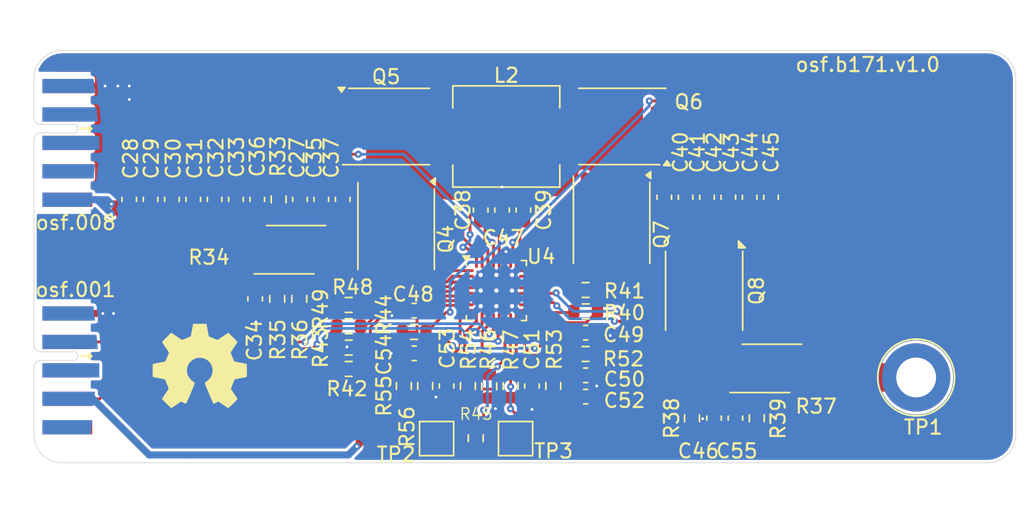
<source format=kicad_pcb>
(kicad_pcb (version 20241229) (generator "pcbnew") (generator_version "9.0")
  (layers (0 "F.Cu" signal) (2 "B.Cu" signal) (13 "F.Paste" user) (15 "B.Paste" user) (5 "F.SilkS" user "F.Silkscreen") (7 "B.SilkS" user "B.Silkscreen") (1 "F.Mask" user) (3 "B.Mask" user) (25 "Edge.Cuts" user))
  (net 0 "")
  (net 1 "GND")
  (net 2 "Net-(C27-Pad1)")
  (net 3 "/charger/VBUS")
  (net 4 "Net-(C34-Pad1)")
  (net 5 "Net-(C35-Pad1)")
  (net 6 "Net-(Q4-D)")
  (net 7 "/charger/BTST1")
  (net 8 "/charger/SW1")
  (net 9 "/charger/SW2")
  (net 10 "/charger/BTST2")
  (net 11 "/charger/VSYS")
  (net 12 "Net-(C46-Pad1)")
  (net 13 "/charger/REGN")
  (net 14 "/charger/VDDA")
  (net 15 "Net-(C49-Pad1)")
  (net 16 "/charger/COMP2")
  (net 17 "/charger/COMP1")
  (net 18 "Net-(C52-Pad1)")
  (net 19 "/charger/IBAT")
  (net 20 "/charger/IADPT")
  (net 21 "Net-(C55-Pad2)")
  (net 22 "/charger/HIDRV1")
  (net 23 "/charger/LODRV1")
  (net 24 "/charger/LODRV2")
  (net 25 "/charger/HIDRV2")
  (net 26 "Net-(Q8-D)")
  (net 27 "/charger/BATDRV_N")
  (net 28 "Net-(U4-ACP)")
  (net 29 "Net-(U4-ACN)")
  (net 30 "/charger/PACK+")
  (net 31 "/charger/SRP")
  (net 32 "/charger/SRN")
  (net 33 "/charger/CELL_BATPRES")
  (net 34 "/charger/ILIM_HIZ")
  (net 35 "/charger/CMPOUT")
  (net 36 "Net-(U4-CMPIN)")
  (net 37 "/charger/V3.3")
  (net 38 "/charger/CHRG_OK")
  (net 39 "/charger/EN_OTG")
  (net 40 "/charger/PROCHOT_N")
  (net 41 "Net-(R55-Pad1)")
  (net 42 "/charger/SCL")
  (net 43 "/charger/SDA")
  (footprint "Capacitor_SMD:C_0603_1608Metric" (layer "F.Cu") (at 190.3 100.325 90)
    (property "Reference" "C44")
    (property "Value" "10uF")
  )
  (footprint "Resistor_SMD:R_0603_1608Metric" (layer "F.Cu") (at 171.05 117.275 -90)
    (property "Reference" "R45")
    (property "Value" "2M")
  )
  (footprint "Capacitor_SMD:C_0603_1608Metric" (layer "F.Cu") (at 166.725 111.3)
    (property "Reference" "C54")
    (property "Value" "100pF")
  )
  (footprint "Capacitor_SMD:C_0603_1608Metric" (layer "F.Cu") (at 171.4 101.225 -90)
    (property "Reference" "C38")
    (property "Value" "47nF")
  )
  (footprint "on_edge:on_edge_2x05_device" (layer "F.Cu") (at 140 96.5 -90)
    (property "Reference" "J2")
    (property "Value" "008_USB")
    (fp_line (start -4 0) (end -1.8 0) (stroke (width 0.05)) (layer "Edge.Cuts"))
    (fp_line (start -0.2 0) (end 4 0) (stroke (width 0.05)) (layer "Edge.Cuts"))
    (fp_line (start -0.7 -0.5) (end -0.7 -2.8) (stroke (width 0.05)) (layer "Edge.Cuts"))
    (fp_line (start -1.3 -2.8) (end -1.3 -0.5) (stroke (width 0.05)) (layer "Edge.Cuts"))
    (fp_arc (start -0.2 0) (mid -0.553553 -0.146447) (end -0.7 -0.5) (stroke (width 0.05)) (layer "Edge.Cuts"))
    (fp_arc (start -1.3 -0.5) (mid -1.446447 -0.146447) (end -1.8 0) (stroke (width 0.05)) (layer "Edge.Cuts"))
    (fp_arc (start -1.3 -2.8) (mid -1 -3.1) (end -0.7 -2.8) (stroke (width 0.05)) (layer "Edge.Cuts"))
  )
  (footprint "Resistor_SMD:R_0603_1608Metric" (layer "F.Cu") (at 162.125 107.9 180)
    (property "Reference" "R48")
    (property "Value" "10k")
  )
  (footprint "Resistor_SMD:R_0603_1608Metric" (layer "F.Cu") (at 178.775 106.85 180)
    (property "Reference" "R41")
    (property "Value" "470k")
  )
  (footprint "Resistor_SMD:R_0603_1608Metric" (layer "F.Cu") (at 178.775 111.35 180)
    (property "Reference" "R52")
    (property "Value" "10k")
  )
  (footprint "Resistor_SMD:R_Shunt_Vishay_WSK2512_6332Metric_T1.19mm" (layer "F.Cu") (at 191.45 112.3625 180)
    (property "Reference" "R37")
    (property "Value" "10mΩ SHUNT FMF25FPJR010-LH")
  )
  (footprint "TestPoint:TestPoint_Pad_2.0x2.0mm" (layer "F.Cu") (at 173.85 117.3)
    (property "Reference" "TP3")
    (property "Value" "CMPOUT")
  )
  (footprint "Capacitor_SMD:C_0603_1608Metric" (layer "F.Cu") (at 169 113.6 90)
    (property "Reference" "C53")
    (property "Value" "100pF")
  )
  (footprint "Capacitor_SMD:C_0603_1608Metric" (layer "F.Cu") (at 160.2 100.475 90)
    (property "Reference" "C35")
    (property "Value" "33nF")
  )
  (footprint "Package_TO_SOT_SMD:TDSON-8-1" (layer "F.Cu") (at 180.6 101.9 -90)
    (property "Reference" "Q7")
    (property "Value" "CSD18534Q5A")
  )
  (footprint "Package_TO_SOT_SMD:TDSON-8-1" (layer "F.Cu") (at 164.75 95.35)
    (property "Reference" "Q5")
    (property "Value" "CSD18534Q5A")
  )
  (footprint "Resistor_SMD:R_0603_1608Metric" (layer "F.Cu") (at 190.8 115.875 90)
    (property "Reference" "R39")
    (property "Value" "10R")
  )
  (footprint "TestPoint:TestPoint_Pad_2.0x2.0mm" (layer "F.Cu") (at 168.3 117.3)
    (property "Reference" "TP2")
    (property "Value" "CMPIN")
  )
  (footprint "Resistor_SMD:R_0603_1608Metric" (layer "F.Cu") (at 162.125 110.9)
    (property "Reference" "R43")
    (property "Value" "220k")
  )
  (footprint "Capacitor_SMD:C_0603_1608Metric" (layer "F.Cu") (at 185.8 100.325 90)
    (property "Reference" "C41")
    (property "Value" "10uF")
  )
  (footprint "Capacitor_SMD:C_0603_1608Metric" (layer "F.Cu") (at 187.3 100.325 90)
    (property "Reference" "C42")
    (property "Value" "10uF")
  )
  (footprint "Symbol:OSHW-Symbol_6.7x6mm_SilkScreen" (layer "F.Cu") (at 151.65 112.2)
    (property "Reference" "LOGO1" (hide yes))
    (property "Value" "Logo_Open_Hardware_Small" (hide yes))
  )
  (footprint "Resistor_SMD:R_Shunt_Vishay_WSK2512_6332Metric_T1.19mm" (layer "F.Cu") (at 158.015 104.015 180)
    (property "Reference" "R34")
    (property "Value" "10mΩ SHUNT FMF25FPJR010-LH")
  )
  (footprint "Resistor_SMD:R_0603_1608Metric" (layer "F.Cu") (at 176.5 113.6 90)
    (property "Reference" "R53")
    (property "Value" "40.2k")
  )
  (footprint "Resistor_SMD:R_0603_1608Metric" (layer "F.Cu") (at 167.5 113.6 90)
    (property "Reference" "R56")
    (property "Value" "27k")
  )
  (footprint "Resistor_SMD:R_0603_1608Metric" (layer "F.Cu") (at 157.2 100.475 -90)
    (property "Reference" "R33")
    (property "Value" "2.2R")
  )
  (footprint "Package_TO_SOT_SMD:TDSON-8-1" (layer "F.Cu") (at 181.355 95.345 180)
    (property "Reference" "Q6")
    (property "Value" "CSD18534Q5A")
  )
  (footprint "Resistor_SMD:R_0603_1608Metric" (layer "F.Cu") (at 172 113.625 90)
    (property "Reference" "R46")
    (property "Value" "300k")
  )
  (footprint "Capacitor_SMD:C_0603_1608Metric" (layer "F.Cu") (at 175 113.6 -90)
    (property "Reference" "C51")
    (property "Value" "33pF")
  )
  (footprint "Capacitor_SMD:C_0603_1608Metric" (layer "F.Cu") (at 174.4 101.225 -90)
    (property "Reference" "C39")
    (property "Value" "47nF")
  )
  (footprint "Capacitor_SMD:C_0603_1608Metric" (layer "F.Cu") (at 178.775 109.85)
    (property "Reference" "C49")
    (property "Value" "680pF")
  )
  (footprint "on_edge:on_edge_2x05_device" (layer "F.Cu") (at 140 112.5 -90)
    (property "Reference" "J1")
    (property "Value" "001_I2C")
    (fp_line (start -4 0) (end -1.8 0) (stroke (width 0.05)) (layer "Edge.Cuts"))
    (fp_line (start -0.2 0) (end 4 0) (stroke (width 0.05)) (layer "Edge.Cuts"))
    (fp_line (start -0.7 -0.5) (end -0.7 -2.8) (stroke (width 0.05)) (layer "Edge.Cuts"))
    (fp_line (start -1.3 -2.8) (end -1.3 -0.5) (stroke (width 0.05)) (layer "Edge.Cuts"))
    (fp_arc (start -0.2 0) (mid -0.553553 -0.146447) (end -0.7 -0.5) (stroke (width 0.05)) (layer "Edge.Cuts"))
    (fp_arc (start -1.3 -0.5) (mid -1.446447 -0.146447) (end -1.8 0) (stroke (width 0.05)) (layer "Edge.Cuts"))
    (fp_arc (start -1.3 -2.8) (mid -1 -3.1) (end -0.7 -2.8) (stroke (width 0.05)) (layer "Edge.Cuts"))
  )
  (footprint "Capacitor_SMD:C_0603_1608Metric" (layer "F.Cu") (at 146.7 100.475 90)
    (property "Reference" "C28")
    (property "Value" "10uF")
  )
  (footprint "Capacitor_SMD:C_0603_1608Metric" (layer "F.Cu") (at 158.7 100.475 90)
    (property "Reference" "C27")
    (property "Value" "1uF")
  )
  (footprint "Package_DFN_QFN:Texas_RSN_WQFN-32-1EP_4x4mm_P0.4mm_EP2.8x2.8mm_ThermalVias" (layer "F.Cu") (at 172.5 106.8875)
    (property "Reference" "U4")
    (property "Value" "BQ25713RSNR")
  )
  (footprint "Resistor_SMD:R_0603_1608Metric" (layer "F.Cu") (at 173.5 113.6 -90)
    (property "Reference" "R47")
    (property "Value" "10k")
  )
  (footprint "Capacitor_SMD:C_0603_1608Metric" (layer "F.Cu") (at 161.7 100.475 90)
    (property "Reference" "C37")
    (property "Value" "10nF")
  )
  (footprint "Inductor_SMD:L_Sunlord_MWSA0603S" (layer "F.Cu") (at 173.2 96.05)
    (property "Reference" "L2")
    (property "Value" "MWSA0603S-2R2MT")
  )
  (footprint "Resistor_SMD:R_0603_1608Metric" (layer "F.Cu") (at 186.25 115.875 90)
    (property "Reference" "R38")
    (property "Value" "10R")
  )
  (footprint "Capacitor_SMD:C_0603_1608Metric" (layer "F.Cu") (at 148.2 100.475 90)
    (property "Reference" "C29")
    (property "Value" "10uF")
  )
  (footprint "Resistor_SMD:R_0603_1608Metric" (layer "F.Cu") (at 162.125 109.4 180)
    (property "Reference" "R49")
    (property "Value" "10k")
  )
  (footprint "Capacitor_SMD:C_0603_1608Metric" (layer "F.Cu") (at 188.8 100.325 90)
    (property "Reference" "C43")
    (property "Value" "10uF")
  )
  (footprint "Resistor_SMD:R_0603_1608Metric" (layer "F.Cu") (at 178.775 108.35)
    (property "Reference" "R40")
    (property "Value" "130k")
  )
  (footprint "Package_DFN_QFN:AO_DFN-8-1EP_5.55x5.2mm_P1.27mm_EP4.12x4.6mm" (layer "F.Cu") (at 187.1 106.9025 -90)
    (property "Reference" "Q8")
    (property "Value" "AON6411")
  )
  (footprint "Capacitor_SMD:C_0603_1608Metric" (layer "F.Cu") (at 166.725 108.3 180)
    (property "Reference" "C48")
    (property "Value" "1uF")
  )
  (footprint "Capacitor_SMD:C_0603_1608Metric" (layer "F.Cu") (at 187.8 115.8625 -90)
    (property "Reference" "C46")
    (property "Value" "1uF")
  )
  (footprint "Resistor_SMD:R_0603_1608Metric" (layer "F.Cu") (at 170.5 113.6 -90)
    (property "Reference" "R54")
    (property "Value" "200R")
  )
  (footprint "Package_TO_SOT_SMD:TDSON-8-1" (layer "F.Cu") (at 165.455 102.35 -90)
    (property "Reference" "Q4")
    (property "Value" "CSD18534Q5A")
  )
  (footprint "Resistor_SMD:R_0603_1608Metric" (layer "F.Cu") (at 166.725 109.8)
    (property "Reference" "R44")
    (property "Value" "10R")
  )
  (footprint "Resistor_SMD:R_0603_1608Metric" (layer "F.Cu") (at 157.1 107.475 -90)
    (property "Reference" "R35")
    (property "Value" "5.1R")
  )
  (footprint "Capacitor_SMD:C_0603_1608Metric" (layer "F.Cu") (at 149.7 100.475 90)
    (property "Reference" "C30")
    (property "Value" "10uF")
  )
  (footprint "Resistor_SMD:R_0603_1608Metric" (layer "F.Cu") (at 162.125 112.4)
    (property "Reference" "R42")
    (property "Value" "390k")
  )
  (footprint "Capacitor_SMD:C_0603_1608Metric" (layer "F.Cu") (at 154.2 100.475 90)
    (property "Reference" "C33")
    (property "Value" "10uF")
  )
  (footprint "Capacitor_SMD:C_0603_1608Metric" (layer "F.Cu") (at 151.2 100.475 90)
    (property "Reference" "C31")
    (property "Value" "10uF")
  )
  (footprint "Capacitor_SMD:C_0603_1608Metric" (layer "F.Cu") (at 178.775 114.35)
    (property "Reference" "C52")
    (property "Value" "1800pF")
  )
  (footprint "Resistor_SMD:R_0603_1608Metric" (layer "F.Cu") (at 158.65 107.475 90)
    (property "Reference" "R36")
    (property "Value" "5.1R")
  )
  (footprint "Capacitor_SMD:C_0603_1608Metric" (layer "F.Cu") (at 155.55 107.475 -90)
    (property "Reference" "C34")
    (property "Value" "33nF")
  )
  (footprint "TestPoint:TestPoint_Loop_D3.80mm_Drill2.8mm" (layer "F.Cu") (at 202 113)
    (property "Reference" "TP1")
    (property "Value" "TestPoint")
  )
  (footprint "Capacitor_SMD:C_0603_1608Metric" (layer "F.Cu") (at 155.7 100.475 90)
    (property "Reference" "C36")
    (property "Value" "470nF")
  )
  (footprint "Capacitor_SMD:C_0603_1608Metric" (layer "F.Cu") (at 184.3 100.325 90)
    (property "Reference" "C40")
    (property "Value" "10uF")
  )
  (footprint "Capacitor_SMD:C_0603_1608Metric" (layer "F.Cu") (at 189.3 115.8625 90)
    (property "Reference" "C55")
    (property "Value" "0.1uF")
  )
  (footprint "Capacitor_SMD:C_0603_1608Metric" (layer "F.Cu") (at 178.775 112.85)
    (property "Reference" "C50")
    (property "Value" "15pF")
  )
  (footprint "Capacitor_SMD:C_0603_1608Metric" (layer "F.Cu") (at 172.9 101.225 90)
    (property "Reference" "C47")
    (property "Value" "2.2uF")
  )
  (footprint "Resistor_SMD:R_0603_1608Metric" (layer "F.Cu") (at 166 113.6 90)
    (property "Reference" "R55")
    (property "Value" "110k")
  )
  (footprint "Capacitor_SMD:C_0603_1608Metric" (layer "F.Cu") (at 152.7 100.475 90)
    (property "Reference" "C32")
    (property "Value" "10uF")
  )
  (footprint "Capacitor_SMD:C_0603_1608Metric" (layer "F.Cu") (at 191.8 100.325 90)
    (property "Reference" "C45")
    (property "Value" "10uF")
  )
  (gr_line (start 140 108.5) (end 140 100.5) (stroke (width 0.05)) (layer "Edge.Cuts"))
  (gr_line (start 140 116.5) (end 140 117) (stroke (width 0.05)) (layer "Edge.Cuts"))
  (gr_line (start 142 90) (end 207 90) (stroke (width 0.05)) (layer "Edge.Cuts"))
  (gr_arc (start 209 117) (mid 208.414214 118.414214) (end 207 119) (stroke (width 0.05)) (layer "Edge.Cuts"))
  (gr_line (start 207 119) (end 142 119) (stroke (width 0.05)) (layer "Edge.Cuts"))
  (gr_arc (start 207 90) (mid 208.414214 90.585786) (end 209 92) (stroke (width 0.05)) (layer "Edge.Cuts"))
  (gr_arc (start 142 119) (mid 140.585786 118.414214) (end 140 117) (stroke (width 0.05)) (layer "Edge.Cuts"))
  (gr_line (start 209 117) (end 209 92) (stroke (width 0.05)) (layer "Edge.Cuts"))
  (gr_arc (start 140 92) (mid 140.585786 90.585786) (end 142 90) (stroke (width 0.05)) (layer "Edge.Cuts"))
  (gr_line (start 140 92.5) (end 140 92) (stroke (width 0.05)) (layer "Edge.Cuts"))
  (gr_text "osf.008" (at 140.04 102.7 0) (layer "F.SilkS") (effects (font (size 1 1)) (justify left bottom)))
  (gr_text "osf.b171.v1.0" (at 193.43 91.58 0) (layer "F.SilkS") (effects (font (size 1 1)) (justify left bottom)))
  (gr_text "osf.001" (at 140.02 107.41 0) (layer "F.SilkS") (effects (font (size 1 1)) (justify left bottom)))
  (segment (start 173.1 104.9) (end 173.1 104.227) (width 0.2) (layer "F.Cu") (net 1))
  (segment (start 171.005791 109.794209) (end 171.005791 109.805791) (width 0.2) (layer "F.Cu") (net 1))
  (segment (start 155.55 109.05) (end 155.6 109.1) (width 0.2) (layer "F.Cu") (net 1))
  (segment (start 172.9 100.45) (end 172.9 99.6) (width 0.2) (layer "F.Cu") (net 1))
  (segment (start 158.7 99.7) (end 161.7 99.7) (width 1) (layer "F.Cu") (net 1))
  (segment (start 175 114.375) (end 175 115.25) (width 0.2) (layer "F.Cu") (net 1))
  (segment (start 144.85 108.5) (end 145.6 108.5) (width 0.5) (layer "F.Cu") (net 1))
  (segment (start 172 114.45) (end 172.439177 114.889177) (width 0.2) (layer "F.Cu") (net 1))
  (segment (start 145.6 108.5) (end 155.3 108.5) (width 0.5) (layer "F.Cu") (net 1))
  (segment (start 172.439177 114.889177) (end 172.439177 115.195516) (width 0.2) (layer "F.Cu") (net 1))
  (segment (start 173.1 104.9) (end 173.1 106.2875) (width 0.2) (layer "F.Cu") (net 1))
  (segment (start 173.1 106.2875) (end 172.5 106.8875) (width 0.2) (layer "F.Cu") (net 1))
  (segment (start 180.5 110.05) (end 179.75 110.05) (width 0.2) (layer "F.Cu") (net 1))
  (segment (start 155.55 108.25) (end 155.55 109.05) (width 0.2) (layer "F.Cu") (net 1))
  (segment (start 165.502706 108.3) (end 165.151353 108.651353) (width 0.2) (layer "F.Cu") (net 1))
  (segment (start 179.6 106.85) (end 180.35 106.85) (width 0.2) (layer "F.Cu") (net 1))
  (segment (start 171.5 109.3) (end 171.005791 109.794209) (width 0.2) (layer "F.Cu") (net 1))
  (segment (start 165.12458 111.3) (end 165.11229 111.31229) (width 0.2) (layer "F.Cu") (net 1))
  (segment (start 171.5 108.875) (end 171.5 109.3) (width 0.2) (layer "F.Cu") (net 1))
  (segment (start 179.75 110.05) (end 179.55 109.85) (width 0.2) (layer "F.Cu") (net 1))
  (segment (start 145 92.5) (end 145.9 92.5) (width 0.5) (layer "F.Cu") (net 1))
  (segment (start 146.7 92.5) (end 145.9 92.5) (width 0.5) (layer "F.Cu") (net 1))
  (segment (start 173.1 104.227) (end 173.177 104.15) (width 0.2) (layer "F.Cu") (net 1))
  (segment (start 168.25 114.375) (end 167.55 114.375) (width 0.2) (layer "F.Cu") (net 1))
  (segment (start 142.35 108.5) (end 144.85 108.5) (width 0.5) (layer "F.Cu") (net 1))
  (segment (start 167.55 114.375) (end 167.5 114.425) (width 0.2) (layer "F.Cu") (net 1))
  (segment (start 165.95 108.3) (end 165.502706 108.3) (width 0.2) (layer "F.Cu") (net 1))
  (segment (start 187.8 116.6375) (end 187.7375 116.6375) (width 0.2) (layer "F.Cu") (net 1))
  (segment (start 142.35 92.5) (end 145 92.5) (width 0.5) (layer "F.Cu") (net 1))
  (segment (start 161.3 110.9) (end 161.95 110.9) (width 0.2) (layer "F.Cu") (net 1))
  (segment (start 161.95 110.9) (end 162 110.85) (width 0.2) (layer "F.Cu") (net 1))
  (segment (start 155.3 108.5) (end 155.55 108.25) (width 0.5) (layer "F.Cu") (net 1))
  (segment (start 171.5 108.875) (end 171.5 107.8875) (width 0.2) (layer "F.Cu") (net 1))
  (segment (start 165.95 111.3) (end 165.12458 111.3) (width 0.2) (layer "F.Cu") (net 1))
  (segment (start 169 114.375) (end 168.25 114.375) (width 0.2) (layer "F.Cu") (net 1))
  (segment (start 146.7 93.45) (end 146.7 99.7) (width 0.5) (layer "F.Cu") (net 1))
  (segment (start 146.7 92.5) (end 146.7 93.45) (width 0.5) (layer "F.Cu") (net 1))
  (segment (start 171.5 107.8875) (end 172.5 106.8875) (width 0.2) (layer "F.Cu") (net 1))
  (segment (start 179.55 112.85) (end 179.55 114.35) (width 0.2) (layer "F.Cu") (net 1))
  (segment (start 187.7375 116.6375) (end 187 115.9) (width 0.2) (layer "F.Cu") (net 1))
  (via (at 173.177 104.15) (size 0.5) (drill 0.2) (layers "F.Cu" "B.Cu") (net 1))
  (via (at 145 92.5) (size 0.5) (drill 0.2) (layers "F.Cu" "B.Cu") (net 1))
  (via (at 179.55 113.6) (size 0.5) (drill 0.2) (layers "F.Cu" "B.Cu") (net 1))
  (via (at 145.6 108.5) (size 0.5) (drill 0.2) (layers "F.Cu" "B.Cu") (net 1))
  (via (at 155.6 109.1) (size 0.5) (drill 0.2) (layers "F.Cu" "B.Cu") (net 1))
  (via (at 162 110.85) (size 0.5) (drill 0.2) (layers "F.Cu" "B.Cu") (net 1))
  (via (at 180.5 110.05) (size 0.5) (drill 0.2) (layers "F.Cu" "B.Cu") (net 1))
  (via (at 145.9 92.5) (size 0.5) (drill 0.2) (layers "F.Cu" "B.Cu") (net 1))
  (via (at 175 115.25) (size 0.5) (drill 0.2) (layers "F.Cu" "B.Cu") (net 1))
  (via (at 144.85 108.5) (size 0.5) (drill 0.2) (layers "F.Cu" "B.Cu") (net 1))
  (via (at 171.005791 109.805791) (size 0.5) (drill 0.2) (layers "F.Cu" "B.Cu") (net 1))
  (via (at 168.25 114.375) (size 0.5) (drill 0.2) (layers "F.Cu" "B.Cu") (net 1))
  (via (at 146.7 93.45) (size 0.5) (drill 0.2) (layers "F.Cu" "B.Cu") (net 1))
  (via (at 165.11229 111.31229) (size 0.5) (drill 0.2) (layers "F.Cu" "B.Cu") (net 1))
  (via (at 172.9 99.6) (size 0.5) (drill 0.2) (layers "F.Cu" "B.Cu") (net 1))
  (via (at 172.439177 115.195516) (size 0.5) (drill 0.2) (layers "F.Cu" "B.Cu") (net 1))
  (via (at 187 115.9) (size 0.5) (drill 0.2) (layers "F.Cu" "B.Cu") (net 1))
  (via (at 146.7 92.5) (size 0.5) (drill 0.2) (layers "F.Cu" "B.Cu") (net 1))
  (via (at 180.35 106.85) (size 0.5) (drill 0.2) (layers "F.Cu" "B.Cu") (net 1))
  (via (at 165.151353 108.651353) (size 0.5) (drill 0.2) (layers "F.Cu" "B.Cu") (net 1))
  (segment (start 158.7 101.25) (end 158.7 100.821874) (width 0.2) (layer "F.Cu") (net 2))
  (segment (start 158.7 100.821874) (end 157.528126 99.65) (width 0.2) (layer "F.Cu") (net 2))
  (segment (start 157.528126 99.65) (end 157.2 99.65) (width 0.2) (layer "F.Cu") (net 2))
  (segment (start 159.694276 107.278) (end 158.192176 107.278) (width 0.2) (layer "F.Cu") (net 3))
  (segment (start 161.015276 105.957) (end 159.694276 107.278) (width 0.2) (layer "F.Cu") (net 3))
  (segment (start 170.5125 105.4875) (end 169.31 105.4875) (width 0.2) (layer "F.Cu") (net 3))
  (segment (start 157.803 106.153) (end 155.03 103.38) (width 0.2) (layer "F.Cu") (net 3))
  (segment (start 155.03 103.38) (end 155.03 101.62) (width 2) (layer "F.Cu") (net 3))
  (segment (start 146.7 101.25) (end 146.7 101.278) (width 0.5) (layer "F.Cu") (net 3))
  (segment (start 145.672 101.278) (end 145.45 101.5) (width 0.5) (layer "F.Cu") (net 3))
  (segment (start 146.25 100.8) (end 146.7 101.25) (width 0.5) (layer "F.Cu") (net 3))
  (segment (start 154.728 101.278) (end 146.7 101.278) (width 2) (layer "F.Cu") (net 3))
  (segment (start 168.8405 105.957) (end 161.015276 105.957) (width 0.2) (layer "F.Cu") (net 3))
  (segment (start 158.192176 107.278) (end 157.803 106.888824) (width 0.2) (layer "F.Cu") (net 3))
  (segment (start 155.05 101.6) (end 154.728 101.278) (width 2) (layer "F.Cu") (net 3))
  (segment (start 146.7 101.278) (end 145.672 101.278) (width 0.5) (layer "F.Cu") (net 3))
  (segment (start 169.31 105.4875) (end 168.8405 105.957) (width 0.2) (layer "F.Cu") (net 3))
  (segment (start 154.728 101.278) (end 154.75 101.3) (width 2) (layer "F.Cu") (net 3))
  (segment (start 157.803 106.888824) (end 157.803 106.153) (width 0.2) (layer "F.Cu") (net 3))
  (segment (start 155.03 101.62) (end 155.05 101.6) (width 2) (layer "F.Cu") (net 3))
  (segment (start 145.45 100.8) (end 146.25 100.8) (width 0.5) (layer "F.Cu") (net 3))
  (segment (start 154.75 101.3) (end 157.097 101.3) (width 2) (layer "F.Cu") (net 3))
  (via (at 145.45 101.5) (size 0.5) (drill 0.2) (layers "F.Cu" "B.Cu") (net 3))
  (via (at 145.45 100.8) (size 0.5) (drill 0.2) (layers "F.Cu" "B.Cu") (net 3))
  (segment (start 145.15 100.5) (end 145.45 100.8) (width 0.5) (layer "B.Cu") (net 3))
  (segment (start 144.25 100.5) (end 145.15 100.5) (width 0.5) (layer "B.Cu") (net 3))
  (segment (start 145.45 101.5) (end 144.45 100.5) (width 0.5) (layer "B.Cu") (net 3))
  (segment (start 144.45 100.5) (end 144.25 100.5) (width 0.5) (layer "B.Cu") (net 3))
  (segment (start 142.3 100.5) (end 144.25 100.5) (width 0.5) (layer "B.Cu") (net 3))
  (segment (start 155.55 106.7) (end 155.55 106.25) (width 0.2) (layer "F.Cu") (net 4))
  (segment (start 157.1 108.3) (end 155.55 106.75) (width 0.2) (layer "F.Cu") (net 4))
  (segment (start 155.55 106.25) (end 154.585 105.285) (width 0.2) (layer "F.Cu") (net 4))
  (segment (start 155.55 106.75) (end 155.55 106.7) (width 0.2) (layer "F.Cu") (net 4))
  (segment (start 158.65 104.653506) (end 160.558506 102.745) (width 0.2) (layer "F.Cu") (net 5))
  (segment (start 160.558506 102.745) (end 161.445 102.745) (width 0.2) (layer "F.Cu") (net 5))
  (segment (start 161.445 102.745) (end 161.445 102.495) (width 0.5) (layer "F.Cu") (net 5))
  (segment (start 158.65 106.65) (end 158.65 104.653506) (width 0.2) (layer "F.Cu") (net 5))
  (segment (start 161.445 102.495) (end 160.2 101.25) (width 0.5) (layer "F.Cu") (net 5))
  (segment (start 161.7 101.25) (end 163.305 101.25) (width 0.5) (layer "F.Cu") (net 6))
  (segment (start 161 104.65) (end 164.205 104.65) (width 2) (layer "F.Cu") (net 6))
  (segment (start 164.205 104.65) (end 165.455 103.4) (width 2) (layer "F.Cu") (net 6))
  (segment (start 163.305 101.25) (end 165.455 103.4) (width 0.5) (layer "F.Cu") (net 6))
  (segment (start 171.4 102) (end 171.75 102) (width 0.2) (layer "F.Cu") (net 7))
  (segment (start 171.7 102.05) (end 171.7 103.8) (width 0.2) (layer "F.Cu") (net 7))
  (segment (start 171.75 102) (end 171.7 102.05) (width 0.2) (layer "F.Cu") (net 7))
  (segment (start 171.7 103.8) (end 171.9 104) (width 0.2) (layer "F.Cu") (net 7))
  (segment (start 171.9 104) (end 171.9 104.9) (width 0.2) (layer "F.Cu") (net 7))
  (segment (start 171.4 100.45) (end 170.65 101.2) (width 0.2) (layer "F.Cu") (net 8))
  (segment (start 170.207458 103.9) (end 170.418176 103.9) (width 0.2) (layer "F.Cu") (net 8))
  (segment (start 170.418176 103.9) (end 171.1 104.581824) (width 0.2) (layer "F.Cu") (net 8))
  (segment (start 170.153729 103.846271) (end 170.207458 103.9) (width 0.2) (layer "F.Cu") (net 8))
  (segment (start 171.1 104.581824) (end 171.1 104.9) (width 0.2) (layer "F.Cu") (net 8))
  (segment (start 170.65 101.2) (end 170.65 102.95) (width 0.2) (layer "F.Cu") (net 8))
  (via (at 170.153729 103.846271) (size 0.5) (drill 0.2) (layers "F.Cu" "B.Cu") (net 8))
  (via (at 170.65 102.95) (size 0.5) (drill 0.2) (layers "F.Cu" "B.Cu") (net 8))
  (segment (start 170.153729 103.846271) (end 170.65 103.35) (width 0.2) (layer "B.Cu") (net 8))
  (segment (start 170.65 103.35) (end 170.65 102.95) (width 0.2) (layer "B.Cu") (net 8))
  (segment (start 178.505862 99.653) (end 179.312 99.653) (width 0.2) (layer "F.Cu") (net 9))
  (segment (start 174.4875 105.8875) (end 174.875 105.8875) (width 0.2) (layer "F.Cu") (net 9))
  (segment (start 176.428 101.730862) (end 178.505862 99.653) (width 0.2) (layer "F.Cu") (net 9))
  (segment (start 175.103 105.6595) (end 175.103 105.335862) (width 0.2) (layer "F.Cu") (net 9))
  (segment (start 175.103 105.335862) (end 176.428 104.010862) (width 0.2) (layer "F.Cu") (net 9))
  (segment (start 174.875 105.8875) (end 175.103 105.6595) (width 0.2) (layer "F.Cu") (net 9))
  (segment (start 176.428 104.010862) (end 176.428 101.730862) (width 0.2) (layer "F.Cu") (net 9))
  (segment (start 179.312 99.653) (end 179.965 99) (width 0.2) (layer "F.Cu") (net 9))
  (segment (start 174.15 104.4) (end 173.9 104.65) (width 0.2) (layer "F.Cu") (net 10))
  (segment (start 173.9 104.65) (end 173.9 104.9) (width 0.2) (layer "F.Cu") (net 10))
  (segment (start 174.4 102) (end 174.15 102.25) (width 0.2) (layer "F.Cu") (net 10))
  (segment (start 174.15 102.25) (end 174.15 104.4) (width 0.2) (layer "F.Cu") (net 10))
  (segment (start 174.4875 106.2875) (end 174.9625 106.2875) (width 0.2) (layer "F.Cu") (net 11))
  (segment (start 189.005 104.1525) (end 186.573 104.1525) (width 2) (layer "F.Cu") (net 11))
  (segment (start 184.3 101.1) (end 191.8 101.1) (width 1) (layer "F.Cu") (net 11))
  (segment (start 174.9625 106.2875) (end 178.3 102.95) (width 0.2) (layer "F.Cu") (net 11))
  (segment (start 178.3 102.95) (end 180.6 102.95) (width 0.2) (layer "F.Cu") (net 11))
  (segment (start 182.45 101.1) (end 180.6 102.95) (width 1) (layer "F.Cu") (net 11))
  (segment (start 184.3 101.1) (end 182.45 101.1) (width 1) (layer "F.Cu") (net 11))
  (segment (start 187.8 115.0875) (end 186.2875 115.0875) (width 0.2) (layer "F.Cu") (net 12))
  (segment (start 186.2875 115.0875) (end 186.25 115.05) (width 0.2) (layer "F.Cu") (net 12))
  (segment (start 188.02 114.8675) (end 187.8 115.0875) (width 0.2) (layer "F.Cu") (net 12))
  (segment (start 188.02 113.6325) (end 188.02 114.8675) (width 0.2) (layer "F.Cu") (net 12))
  (segment (start 189.3 116.5875) (end 187.8 115.0875) (width 0.2) (layer "F.Cu") (net 12))
  (segment (start 189.3 116.6375) (end 189.3 116.5875) (width 0.2) (layer "F.Cu") (net 12))
  (segment (start 172.7 102.2) (end 172.9 102) (width 0.2) (layer "F.Cu") (net 13))
  (segment (start 167.55 109.8) (end 167.6 109.8) (width 0.2) (layer "F.Cu") (net 13))
  (segment (start 167.6 109.8) (end 168.995 108.405) (width 0.2) (layer "F.Cu") (net 13))
  (segment (start 168.995 108.405) (end 169.25 108.405) (width 0.2) (layer "F.Cu") (net 13))
  (segment (start 172.7 104.9) (end 172.7 102.2) (width 0.2) (layer "F.Cu") (net 13))
  (via (at 169.25 108.405) (size 0.5) (drill 0.2) (layers "F.Cu" "B.Cu") (net 13))
  (via (at 172.9 103.4) (size 0.5) (drill 0.2) (layers "F.Cu" "B.Cu") (net 13))
  (segment (start 169.25 108.405) (end 169.25 106.25) (width 0.2) (layer "B.Cu") (net 13))
  (segment (start 169.25 106.25) (end 170.6 104.9) (width 0.2) (layer "B.Cu") (net 13))
  (segment (start 170.6 104.9) (end 171.5 104.9) (width 0.2) (layer "B.Cu") (net 13))
  (segment (start 172.9 103.5) (end 172.9 103.4) (width 0.2) (layer "B.Cu") (net 13))
  (segment (start 171.5 104.9) (end 172.9 103.5) (width 0.2) (layer "B.Cu") (net 13))
  (segment (start 175.2 110.95) (end 175.391387 110.95) (width 0.2) (layer "F.Cu") (net 14))
  (segment (start 175.391387 110.95) (end 177.194387 109.147) (width 0.2) (layer "F.Cu") (net 14))
  (segment (start 169.41271 110.76271) (end 169.153 110.503) (width 0.2) (layer "F.Cu") (net 14))
  (segment (start 163.35 112.4) (end 165.9 109.85) (width 0.2) (layer "F.Cu") (net 14))
  (segment (start 177.194387 109.147) (end 178.803 109.147) (width 0.2) (layer "F.Cu") (net 14))
  (segment (start 167.872 107.928) (end 167.5 108.3) (width 0.2) (layer "F.Cu") (net 14))
  (segment (start 162.95 112.4) (end 163.35 112.4) (width 0.2) (layer "F.Cu") (net 14))
  (segment (start 170.472 107.928) (end 167.872 107.928) (width 0.2) (layer "F.Cu") (net 14))
  (segment (start 170.5125 107.8875) (end 170.472 107.928) (width 0.2) (layer "F.Cu") (net 14))
  (segment (start 165.9 109.85) (end 165.9 109.8) (width 0.2) (layer "F.Cu") (net 14))
  (segment (start 166.922 110.257824) (end 166.922 109.8) (width 0.2) (layer "F.Cu") (net 14))
  (segment (start 178.803 109.147) (end 179.6 108.35) (width 0.2) (layer "F.Cu") (net 14))
  (segment (start 167.167176 110.503) (end 166.922 110.257824) (width 0.2) (layer "F.Cu") (net 14))
  (segment (start 166.922 109.8) (end 165.9 109.8) (width 0.2) (layer "F.Cu") (net 14))
  (segment (start 166.922 108.878) (end 167.5 108.3) (width 0.2) (layer "F.Cu") (net 14))
  (segment (start 166.922 110.257824) (end 166.922 108.878) (width 0.2) (layer "F.Cu") (net 14))
  (segment (start 169.153 110.503) (end 167.167176 110.503) (width 0.2) (layer "F.Cu") (net 14))
  (via (at 169.41271 110.76271) (size 0.5) (drill 0.2) (layers "F.Cu" "B.Cu") (net 14))
  (via (at 175.2 110.95) (size 0.5) (drill 0.2) (layers "F.Cu" "B.Cu") (net 14))
  (segment (start 169.6 110.95) (end 169.41271 110.76271) (width 0.2) (layer "B.Cu") (net 14))
  (segment (start 175.2 110.95) (end 169.6 110.95) (width 0.2) (layer "B.Cu") (net 14))
  (segment (start 178.1 109.85) (end 178 109.85) (width 0.2) (layer "F.Cu") (net 15))
  (segment (start 179.6 111.35) (end 178.1 109.85) (width 0.2) (layer "F.Cu") (net 15))
  (segment (start 174.4875 108.2875) (end 174.4875 110.913495) (width 0.2) (layer "F.Cu") (net 16))
  (segment (start 174.4875 110.913495) (end 175.002005 111.428) (width 0.2) (layer "F.Cu") (net 16))
  (segment (start 177.872 111.428) (end 177.95 111.35) (width 0.2) (layer "F.Cu") (net 16))
  (segment (start 177.95 112.8) (end 178 112.85) (width 0.2) (layer "F.Cu") (net 16))
  (segment (start 175.002005 111.428) (end 177.872 111.428) (width 0.2) (layer "F.Cu") (net 16))
  (segment (start 177.95 111.35) (end 177.95 112.8) (width 0.2) (layer "F.Cu") (net 16))
  (segment (start 175 112.825) (end 176.45 112.825) (width 0.2) (layer "F.Cu") (net 17))
  (segment (start 176.45 112.825) (end 176.5 112.775) (width 0.2) (layer "F.Cu") (net 17))
  (segment (start 173.9 111.725) (end 175 112.825) (width 0.2) (layer "F.Cu") (net 17))
  (segment (start 173.9 108.875) (end 173.9 111.725) (width 0.2) (layer "F.Cu") (net 17))
  (segment (start 177.925 114.425) (end 176.5 114.425) (width 0.2) (layer "F.Cu") (net 18))
  (segment (start 178 114.35) (end 177.925 114.425) (width 0.2) (layer "F.Cu") (net 18))
  (segment (start 171.1 108.875) (end 171.1 109.037002) (width 0.2) (layer "F.Cu") (net 19))
  (segment (start 170.25 111.063862) (end 170.25 111.65) (width 0.2) (layer "F.Cu") (net 19))
  (segment (start 171.1 109.037002) (end 170.278 109.859002) (width 0.2) (layer "F.Cu") (net 19))
  (segment (start 169.075 112.825) (end 169 112.825) (width 0.2) (layer "F.Cu") (net 19))
  (segment (start 170.278 111.035862) (end 170.25 111.063862) (width 0.2) (layer "F.Cu") (net 19))
  (segment (start 170.278 109.859002) (end 170.278 111.035862) (width 0.2) (layer "F.Cu") (net 19))
  (segment (start 170.25 111.65) (end 169.075 112.825) (width 0.2) (layer "F.Cu") (net 19))
  (segment (start 169.55 111.3) (end 167.5 111.3) (width 0.2) (layer "F.Cu") (net 20))
  (segment (start 167.5 111.3) (end 167.475 111.3) (width 0.2) (layer "F.Cu") (net 20))
  (segment (start 169.95 108.5) (end 169.95 110.9) (width 0.2) (layer "F.Cu") (net 20))
  (segment (start 167.475 111.3) (end 166 112.775) (width 0.2) (layer "F.Cu") (net 20))
  (segment (start 170.1625 108.2875) (end 169.95 108.5) (width 0.2) (layer "F.Cu") (net 20))
  (segment (start 170.5125 108.2875) (end 170.1625 108.2875) (width 0.2) (layer "F.Cu") (net 20))
  (segment (start 169.95 110.9) (end 169.55 111.3) (width 0.2) (layer "F.Cu") (net 20))
  (segment (start 190.7625 115.0875) (end 190.8 115.05) (width 0.2) (layer "F.Cu") (net 21))
  (segment (start 193.993506 111.0925) (end 194.88 111.0925) (width 0.2) (layer "F.Cu") (net 21))
  (segment (start 189.3 115.0875) (end 190.7625 115.0875) (width 0.2) (layer "F.Cu") (net 21))
  (segment (start 190.8 115.05) (end 190.8 114.286006) (width 0.2) (layer "F.Cu") (net 21))
  (segment (start 190.8 114.286006) (end 193.993506 111.0925) (width 0.2) (layer "F.Cu") (net 21))
  (segment (start 170.15 102.1) (end 168.8 100.75) (width 0.2) (layer "F.Cu") (net 22))
  (segment (start 164.45 100.75) (end 163.55 99.85) (width 0.2) (layer "F.Cu") (net 22))
  (segment (start 168.8 100.75) (end 164.45 100.75) (width 0.2) (layer "F.Cu") (net 22))
  (segment (start 171.5 104.9) (end 171.5 104.517962) (width 0.2) (layer "F.Cu") (net 22))
  (segment (start 170.15 103.167962) (end 170.15 102.1) (width 0.2) (layer "F.Cu") (net 22))
  (segment (start 163.55 99.85) (end 163.55 99.45) (width 0.2) (layer "F.Cu") (net 22))
  (segment (start 171.5 104.517962) (end 170.15 103.167962) (width 0.2) (layer "F.Cu") (net 22))
  (segment (start 172.3 103.6) (end 172.2 103.5) (width 0.2) (layer "F.Cu") (net 23))
  (segment (start 162.8 97.3) (end 161.895 97.3) (width 0.2) (layer "F.Cu") (net 23))
  (segment (start 172.3 104.9) (end 172.3 103.6) (width 0.2) (layer "F.Cu") (net 23))
  (segment (start 161.895 97.3) (end 161.85 97.255) (width 0.2) (layer "F.Cu") (net 23))
  (via (at 162.8 97.3) (size 0.5) (drill 0.2) (layers "F.Cu" "B.Cu") (net 23))
  (via (at 172.2 103.5) (size 0.5) (drill 0.2) (layers "F.Cu" "B.Cu") (net 23))
  (segment (start 172.2 103.5) (end 166 97.3) (width 0.2) (layer "B.Cu") (net 23))
  (segment (start 166 97.3) (end 162.8 97.3) (width 0.2) (layer "B.Cu") (net 23))
  (segment (start 173.5 104.9) (end 173.5 104.5125) (width 0.2) (layer "F.Cu") (net 24))
  (segment (start 173.655 103.505) (end 173.65 103.5) (width 0.2) (layer "F.Cu") (net 24))
  (segment (start 173.5 104.5125) (end 173.655 104.3575) (width 0.2) (layer "F.Cu") (net 24))
  (segment (start 183.25 93.55) (end 184.145 93.55) (width 0.2) (layer "F.Cu") (net 24))
  (segment (start 173.655 104.3575) (end 173.655 103.505) (width 0.2) (layer "F.Cu") (net 24))
  (segment (start 184.145 93.55) (end 184.255 93.44) (width 0.2) (layer "F.Cu") (net 24))
  (via (at 183.25 93.55) (size 0.5) (drill 0.2) (layers "F.Cu" "B.Cu") (net 24))
  (via (at 173.65 103.5) (size 0.5) (drill 0.2) (layers "F.Cu" "B.Cu") (net 24))
  (segment (start 183.25 93.9) (end 183.25 93.55) (width 0.2) (layer "B.Cu") (net 24))
  (segment (start 173.65 103.5) (end 183.25 93.9) (width 0.2) (layer "B.Cu") (net 24))
  (segment (start 176.1 103.875) (end 176.1 101.595) (width 0.2) (layer "F.Cu") (net 25))
  (segment (start 174.4875 105.4875) (end 176.1 103.875) (width 0.2) (layer "F.Cu") (net 25))
  (segment (start 176.1 101.595) (end 178.695 99) (width 0.2) (layer "F.Cu") (net 25))
  (segment (start 188.465 108.7325) (end 187.1 107.3675) (width 2) (layer "F.Cu") (net 26))
  (segment (start 188.465 111.7275) (end 188.465 108.7325) (width 2) (layer "F.Cu") (net 26))
  (segment (start 175.1625 106.6875) (end 176.397 105.453) (width 0.2) (layer "F.Cu") (net 27))
  (segment (start 174.4875 106.6875) (end 175.1625 106.6875) (width 0.2) (layer "F.Cu") (net 27))
  (segment (start 183.8945 105.453) (end 185.195 104.1525) (width 0.2) (layer "F.Cu") (net 27))
  (segment (start 176.397 105.453) (end 183.8945 105.453) (width 0.2) (layer "F.Cu") (net 27))
  (segment (start 160.7 107.2) (end 160.6 107.3) (width 0.2) (layer "F.Cu") (net 28))
  (segment (start 160.6 107.3) (end 160.6 107.435824) (width 0.2) (layer "F.Cu") (net 28))
  (segment (start 158.192176 108.928) (end 157.803 108.538824) (width 0.2) (layer "F.Cu") (net 28))
  (segment (start 157.803 108.538824) (end 157.803 107.353) (width 0.2) (layer "F.Cu") (net 28))
  (segment (start 159.107824 108.928) (end 158.192176 108.928) (width 0.2) (layer "F.Cu") (net 28))
  (segment (start 169.466 106.2875) (end 169.1375 106.616) (width 0.2) (layer "F.Cu") (net 28))
  (segment (start 164.53654 107.2) (end 163.335824 107.2) (width 0.2) (layer "F.Cu") (net 28))
  (segment (start 160.914176 107.2) (end 160.7 107.2) (width 0.2) (layer "F.Cu") (net 28))
  (segment (start 160.6 107.435824) (end 159.107824 108.928) (width 0.2) (layer "F.Cu") (net 28))
  (segment (start 163.332824 107.197) (end 162.567176 107.197) (width 0.2) (layer "F.Cu") (net 28))
  (segment (start 161.685824 107.2) (end 161.682824 107.197) (width 0.2) (layer "F.Cu") (net 28))
  (segment (start 163.335824 107.2) (end 163.332824 107.197) (width 0.2) (layer "F.Cu") (net 28))
  (segment (start 157.803 107.353) (end 157.1 106.65) (width 0.2) (layer "F.Cu") (net 28))
  (segment (start 161.682824 107.197) (end 160.917176 107.197) (width 0.2) (layer "F.Cu") (net 28))
  (segment (start 162.564176 107.2) (end 161.685824 107.2) (width 0.2) (layer "F.Cu") (net 28))
  (segment (start 160.917176 107.197) (end 160.914176 107.2) (width 0.2) (layer "F.Cu") (net 28))
  (segment (start 170.5125 106.2875) (end 169.466 106.2875) (width 0.2) (layer "F.Cu") (net 28))
  (segment (start 162.567176 107.197) (end 162.564176 107.2) (width 0.2) (layer "F.Cu") (net 28))
  (segment (start 165.12354 106.613) (end 164.53654 107.2) (width 0.2) (layer "F.Cu") (net 28))
  (segment (start 168.32646 106.613) (end 165.12354 106.613) (width 0.2) (layer "F.Cu") (net 28))
  (segment (start 169.1375 106.616) (end 168.32946 106.616) (width 0.2) (layer "F.Cu") (net 28))
  (segment (start 168.32946 106.616) (end 168.32646 106.613) (width 0.2) (layer "F.Cu") (net 28))
  (segment (start 164.987678 106.285) (end 168.462322 106.285) (width 0.2) (layer "F.Cu") (net 29))
  (segment (start 169.001638 106.288) (end 169.402138 105.8875) (width 0.2) (layer "F.Cu") (net 29))
  (segment (start 168.462322 106.285) (end 168.465322 106.288) (width 0.2) (layer "F.Cu") (net 29))
  (segment (start 161.821686 106.872) (end 162.428314 106.872) (width 0.2) (layer "F.Cu") (net 29))
  (segment (start 168.465322 106.288) (end 169.001638 106.288) (width 0.2) (layer "F.Cu") (net 29))
  (segment (start 160.564138 106.872) (end 160.778314 106.872) (width 0.2) (layer "F.Cu") (net 29))
  (segment (start 161.818686 106.869) (end 161.821686 106.872) (width 0.2) (layer "F.Cu") (net 29))
  (segment (start 160.778314 106.872) (end 160.781314 106.869) (width 0.2) (layer "F.Cu") (net 29))
  (segment (start 160.781314 106.869) (end 161.818686 106.869) (width 0.2) (layer "F.Cu") (net 29))
  (segment (start 159.136138 108.3) (end 160.564138 106.872) (width 0.2) (layer "F.Cu") (net 29))
  (segment (start 158.65 108.3) (end 159.136138 108.3) (width 0.2) (layer "F.Cu") (net 29))
  (segment (start 163.468686 106.869) (end 163.471686 106.872) (width 0.2) (layer "F.Cu") (net 29))
  (segment (start 162.428314 106.872) (end 162.431314 106.869) (width 0.2) (layer "F.Cu") (net 29))
  (segment (start 164.400678 106.872) (end 164.987678 106.285) (width 0.2) (layer "F.Cu") (net 29))
  (segment (start 163.471686 106.872) (end 164.400678 106.872) (width 0.2) (layer "F.Cu") (net 29))
  (segment (start 169.402138 105.8875) (end 170.5125 105.8875) (width 0.2) (layer "F.Cu") (net 29))
  (segment (start 162.431314 106.869) (end 163.468686 106.869) (width 0.2) (layer "F.Cu") (net 29))
  (segment (start 201.9975 112.9975) (end 202 113) (width 2) (layer "F.Cu") (net 30))
  (segment (start 194.435 112.9975) (end 201.9975 112.9975) (width 2) (layer "F.Cu") (net 30))
  (segment (start 176.7 107.05) (end 176.6625 107.0875) (width 0.2) (layer "F.Cu") (net 31))
  (segment (start 184.4 116.7) (end 186.25 116.7) (width 0.2) (layer "F.Cu") (net 31))
  (segment (start 182.9 115.2) (end 184.4 116.7) (width 0.2) (layer "F.Cu") (net 31))
  (segment (start 176.6625 107.0875) (end 174.4875 107.0875) (width 0.2) (layer "F.Cu") (net 31))
  (segment (start 180.95 108.35) (end 182.9 110.3) (width 0.2) (layer "F.Cu") (net 31))
  (segment (start 182.9 110.3) (end 182.9 115.2) (width 0.2) (layer "F.Cu") (net 31))
  (via (at 180.95 108.35) (size 0.5) (drill 0.2) (layers "F.Cu" "B.Cu") (net 31))
  (via (at 176.7 107.05) (size 0.5) (drill 0.2) (layers "F.Cu" "B.Cu") (net 31))
  (segment (start 177.9 108.35) (end 180.95 108.35) (width 0.2) (layer "B.Cu") (net 31))
  (segment (start 176.7 107.15) (end 177.9 108.35) (width 0.2) (layer "B.Cu") (net 31))
  (segment (start 176.7 107.05) (end 176.7 107.15) (width 0.2) (layer "B.Cu") (net 31))
  (segment (start 184.564138 117.328) (end 189.4875 117.328) (width 0.2) (layer "F.Cu") (net 32))
  (segment (start 182.572 115.335862) (end 184.564138 117.328) (width 0.2) (layer "F.Cu") (net 32))
  (segment (start 175.918069 107.731931) (end 175.673638 107.4875) (width 0.2) (layer "F.Cu") (net 32))
  (segment (start 189.5 117.3155) (end 190.1845 117.3155) (width 0.2) (layer "F.Cu") (net 32))
  (segment (start 176.743535 107.957166) (end 176.5183 107.731931) (width 0.2) (layer "F.Cu") (net 32))
  (segment (start 180.8 109.05) (end 181.186138 109.05) (width 0.2) (layer "F.Cu") (net 32))
  (segment (start 176.5183 107.731931) (end 175.918069 107.731931) (width 0.2) (layer "F.Cu") (net 32))
  (segment (start 189.4875 117.328) (end 189.5 117.3155) (width 0.2) (layer "F.Cu") (net 32))
  (segment (start 181.186138 109.05) (end 182.572 110.435862) (width 0.2) (layer "F.Cu") (net 32))
  (segment (start 182.572 110.435862) (end 182.572 115.335862) (width 0.2) (layer "F.Cu") (net 32))
  (segment (start 190.1845 117.3155) (end 190.8 116.7) (width 0.2) (layer "F.Cu") (net 32))
  (segment (start 175.673638 107.4875) (end 174.4875 107.4875) (width 0.2) (layer "F.Cu") (net 32))
  (via (at 176.743535 107.957166) (size 0.5) (drill 0.2) (layers "F.Cu" "B.Cu") (net 32))
  (via (at 180.8 109.05) (size 0.5) (drill 0.2) (layers "F.Cu" "B.Cu") (net 32))
  (segment (start 176.743535 107.957166) (end 177.65484 108.868471) (width 0.2) (layer "B.Cu") (net 32))
  (segment (start 177.65484 108.868471) (end 180.618471 108.868471) (width 0.2) (layer "B.Cu") (net 32))
  (segment (start 180.618471 108.868471) (end 180.8 109.05) (width 0.2) (layer "B.Cu") (net 32))
  (segment (start 177.95 106.85) (end 177.95 108.35) (width 0.2) (layer "F.Cu") (net 33))
  (segment (start 176.157442 108.435166) (end 177.864834 108.435166) (width 0.2) (layer "F.Cu") (net 33))
  (segment (start 174.4875 107.8875) (end 175.609776 107.8875) (width 0.2) (layer "F.Cu") (net 33))
  (segment (start 175.609776 107.8875) (end 176.157442 108.435166) (width 0.2) (layer "F.Cu") (net 33))
  (segment (start 177.864834 108.435166) (end 177.95 108.35) (width 0.2) (layer "F.Cu") (net 33))
  (segment (start 167.081126 107.597) (end 167.078126 107.6) (width 0.2) (layer "F.Cu") (net 34))
  (segment (start 163.65 109.478126) (end 163.65 110.2) (width 0.2) (layer "F.Cu") (net 34))
  (segment (start 162.8 110.9) (end 161.3 112.4) (width 0.2) (layer "F.Cu") (net 34))
  (segment (start 162.95 110.9) (end 162.8 110.9) (width 0.2) (layer "F.Cu") (net 34))
  (segment (start 163.65 110.2) (end 162.95 110.9) (width 0.2) (layer "F.Cu") (net 34))
  (segment (start 167.921874 107.6) (end 167.918874 107.597) (width 0.2) (layer "F.Cu") (net 34))
  (segment (start 170.017962 107.6) (end 167.921874 107.6) (width 0.2) (layer "F.Cu") (net 34))
  (segment (start 170.058462 107.5595) (end 170.017962 107.6) (width 0.2) (layer "F.Cu") (net 34))
  (segment (start 170.4405 107.5595) (end 170.058462 107.5595) (width 0.2) (layer "F.Cu") (net 34))
  (segment (start 165.531126 107.597) (end 163.65 109.478126) (width 0.2) (layer "F.Cu") (net 34))
  (segment (start 166.371874 107.6) (end 166.368874 107.597) (width 0.2) (layer "F.Cu") (net 34))
  (segment (start 167.078126 107.6) (end 166.371874 107.6) (width 0.2) (layer "F.Cu") (net 34))
  (segment (start 167.918874 107.597) (end 167.081126 107.597) (width 0.2) (layer "F.Cu") (net 34))
  (segment (start 166.368874 107.597) (end 165.531126 107.597) (width 0.2) (layer "F.Cu") (net 34))
  (segment (start 170.5125 107.4875) (end 170.4405 107.5595) (width 0.2) (layer "F.Cu") (net 34))
  (segment (start 173.5 108.875) (end 173.5 112.775) (width 0.2) (layer "F.Cu") (net 35))
  (segment (start 173.5 113.646813) (end 173.501187 113.648) (width 0.2) (layer "F.Cu") (net 35))
  (segment (start 173.85 115.556951) (end 173.85 117.3) (width 0.2) (layer "F.Cu") (net 35))
  (segment (start 173.05 118.1) (end 173.85 117.3) (width 0.2) (layer "F.Cu") (net 35))
  (segment (start 173.5 112.775) (end 173.5 113.646813) (width 0.2) (layer "F.Cu") (net 35))
  (segment (start 171.05 118.1) (end 173.05 118.1) (width 0.2) (layer "F.Cu") (net 35))
  (segment (start 173.495049 115.202) (end 173.85 115.556951) (width 0.2) (layer "F.Cu") (net 35))
  (via (at 173.501187 113.648) (size 0.5) (drill 0.2) (layers "F.Cu" "B.Cu") (net 35))
  (via (at 173.495049 115.202) (size 0.5) (drill 0.2) (layers "F.Cu" "B.Cu") (net 35))
  (segment (start 173.501187 115.195862) (end 173.495049 115.202) (width 0.2) (layer "B.Cu") (net 35))
  (segment (start 173.501187 113.648) (end 173.501187 115.195862) (width 0.2) (layer "B.Cu") (net 35))
  (segment (start 171.6 115.9) (end 171.05 116.45) (width 0.2) (layer "F.Cu") (net 36))
  (segment (start 171.05 116.45) (end 169.15 116.45) (width 0.2) (layer "F.Cu") (net 36))
  (segment (start 173.1 111.7) (end 172 112.8) (width 0.2) (layer "F.Cu") (net 36))
  (segment (start 172.575 112.225) (end 172 112.8) (width 0.2) (layer "F.Cu") (net 36))
  (segment (start 173.1 108.875) (end 173.1 111.7) (width 0.2) (layer "F.Cu") (net 36))
  (segment (start 169.15 116.45) (end 168.3 117.3) (width 0.2) (layer "F.Cu") (net 36))
  (segment (start 171.6 115.3) (end 171.6 115.9) (width 0.2) (layer "F.Cu") (net 36))
  (via (at 171.6 115.3) (size 0.5) (drill 0.2) (layers "F.Cu" "B.Cu") (net 36))
  (via (at 172.575 112.225) (size 0.5) (drill 0.2) (layers "F.Cu" "B.Cu") (net 36))
  (segment (start 171.6 115.3) (end 171.869736 115.030264) (width 0.2) (layer "B.Cu") (net 36))
  (segment (start 171.869736 112.930264) (end 172.575 112.225) (width 0.2) (layer "B.Cu") (net 36))
  (segment (start 171.869736 115.030264) (end 171.869736 112.930264) (width 0.2) (layer "B.Cu") (net 36))
  (segment (start 173.5 114.425) (end 172.897 113.822) (width 0.2) (layer "F.Cu") (net 37))
  (segment (start 161.3 107.9) (end 161.3 109.4) (width 0.2) (layer "F.Cu") (net 37))
  (segment (start 160.672 112.857824) (end 160.672 110.028) (width 0.2) (layer "F.Cu") (net 37))
  (segment (start 160.672 110.028) (end 161.3 109.4) (width 0.2) (layer "F.Cu") (net 37))
  (segment (start 169.872 115.053) (end 162.867176 115.053) (width 0.2) (layer "F.Cu") (net 37))
  (segment (start 162.867176 115.053) (end 160.672 112.857824) (width 0.2) (layer "F.Cu") (net 37))
  (segment (start 162.867176 117.682824) (end 162.867176 115.053) (width 0.5) (layer "F.Cu") (net 37))
  (segment (start 172.897 113.822) (end 171.103 113.822) (width 0.2) (layer "F.Cu") (net 37))
  (segment (start 170.5 114.425) (end 169.872 115.053) (width 0.2) (layer "F.Cu") (net 37))
  (segment (start 162.7 117.85) (end 162.867176 117.682824) (width 0.5) (layer "F.Cu") (net 37))
  (segment (start 171.103 113.822) (end 170.5 114.425) (width 0.2) (layer "F.Cu") (net 37))
  (via (at 162.7 117.85) (size 0.5) (drill 0.2) (layers "F.Cu" "B.Cu") (net 37))
  (segment (start 162.1 118.45) (end 162.7 117.85) (width 0.5) (layer "B.Cu") (net 37))
  (segment (start 142.4 114.5) (end 144.15 114.5) (width 0.5) (layer "B.Cu") (net 37))
  (segment (start 150.65 118.45) (end 162.1 118.45) (width 0.5) (layer "B.Cu") (net 37))
  (segment (start 144.15 114.5) (end 146.3 116.65) (width 0.5) (layer "B.Cu") (net 37))
  (segment (start 148.1 118.45) (end 150.65 118.45) (width 0.5) (layer "B.Cu") (net 37))
  (segment (start 146.3 116.65) (end 148.1 118.45) (width 0.5) (layer "B.Cu") (net 37))
  (segment (start 166.643598 106.944) (end 166.806402 106.944) (width 0.2) (layer "F.Cu") (net 38))
  (segment (start 166.806402 106.944) (end 166.809402 106.941) (width 0.2) (layer "F.Cu") (net 38))
  (segment (start 165.259402 106.941) (end 166.640598 106.941) (width 0.2) (layer "F.Cu") (net 38))
  (segment (start 169.2875 106.944) (end 169.544 106.6875) (width 0.2) (layer "F.Cu") (net 38))
  (segment (start 162.95 107.9) (end 164.300402 107.9) (width 0.2) (layer "F.Cu") (net 38))
  (segment (start 164.300402 107.9) (end 165.259402 106.941) (width 0.2) (layer "F.Cu") (net 38))
  (segment (start 168.193598 106.944) (end 169.2875 106.944) (width 0.2) (layer "F.Cu") (net 38))
  (segment (start 166.640598 106.941) (end 166.643598 106.944) (width 0.2) (layer "F.Cu") (net 38))
  (segment (start 166.809402 106.941) (end 168.190598 106.941) (width 0.2) (layer "F.Cu") (net 38))
  (segment (start 169.544 106.6875) (end 170.5125 106.6875) (width 0.2) (layer "F.Cu") (net 38))
  (segment (start 168.190598 106.941) (end 168.193598 106.944) (width 0.2) (layer "F.Cu") (net 38))
  (segment (start 170.5 107.1) (end 170.5125 107.0875) (width 0.2) (layer "F.Cu") (net 39))
  (segment (start 169.8 107.1) (end 170.5 107.1) (width 0.2) (layer "F.Cu") (net 39))
  (segment (start 166.945264 107.269) (end 168.054736 107.269) (width 0.2) (layer "F.Cu") (net 39))
  (segment (start 169.628 107.272) (end 169.8 107.1) (width 0.2) (layer "F.Cu") (net 39))
  (segment (start 166.942264 107.272) (end 166.945264 107.269) (width 0.2) (layer "F.Cu") (net 39))
  (segment (start 165.395264 107.269) (end 166.504736 107.269) (width 0.2) (layer "F.Cu") (net 39))
  (segment (start 168.054736 107.269) (end 168.057736 107.272) (width 0.2) (layer "F.Cu") (net 39))
  (segment (start 162.95 109.4) (end 163.264264 109.4) (width 0.2) (layer "F.Cu") (net 39))
  (segment (start 166.504736 107.269) (end 166.507736 107.272) (width 0.2) (layer "F.Cu") (net 39))
  (segment (start 163.264264 109.4) (end 165.395264 107.269) (width 0.2) (layer "F.Cu") (net 39))
  (segment (start 166.507736 107.272) (end 166.942264 107.272) (width 0.2) (layer "F.Cu") (net 39))
  (segment (start 168.057736 107.272) (end 169.628 107.272) (width 0.2) (layer "F.Cu") (net 39))
  (segment (start 171.9 109.35) (end 171.828 109.422) (width 0.2) (layer "F.Cu") (net 40))
  (segment (start 171.5 109.763862) (end 171.5 111.775) (width 0.2) (layer "F.Cu") (net 40))
  (segment (start 171.9 108.875) (end 171.9 109.35) (width 0.2) (layer "F.Cu") (net 40))
  (segment (start 171.5 111.775) (end 170.5 112.775) (width 0.2) (layer "F.Cu") (net 40))
  (segment (start 171.828 109.435862) (end 171.5 109.763862) (width 0.2) (layer "F.Cu") (net 40))
  (segment (start 171.828 109.422) (end 171.828 109.435862) (width 0.2) (layer "F.Cu") (net 40))
  (segment (start 167.5 112.925) (end 166 114.425) (width 0.2) (layer "F.Cu") (net 41))
  (segment (start 167.5 112.775) (end 167.5 112.925) (width 0.2) (layer "F.Cu") (net 41))
  (segment (start 158.75 110.978) (end 158.6 110.828) (width 0.2) (layer "F.Cu") (net 42))
  (segment (start 159.9 110.65) (end 159.572 110.978) (width 0.2) (layer "F.Cu") (net 42))
  (segment (start 172.623 110.05) (end 172.7 109.973) (width 0.2) (layer "F.Cu") (net 42))
  (segment (start 172.623 110.45) (end 172.623 110.05) (width 0.2) (layer "F.Cu") (net 42))
  (segment (start 159.572 110.978) (end 158.75 110.978) (width 0.2) (layer "F.Cu") (net 42))
  (segment (start 148.3 110.828) (end 144.628 114.5) (width 0.2) (layer "F.Cu") (net 42))
  (segment (start 172.7 109.973) (end 172.7 108.875) (width 0.2) (layer "F.Cu") (net 42))
  (segment (start 144.628 114.5) (end 142.35 114.5) (width 0.2) (layer "F.Cu") (net 42))
  (segment (start 158.6 110.828) (end 148.3 110.828) (width 0.2) (layer "F.Cu") (net 42))
  (via (at 159.9 110.65) (size 0.5) (drill 0.2) (layers "F.Cu" "B.Cu") (net 42))
  (via (at 172.623 110.45) (size 0.5) (drill 0.2) (layers "F.Cu" "B.Cu") (net 42))
  (segment (start 170 109.55) (end 170.864718 110.414718) (width 0.2) (layer "B.Cu") (net 42))
  (segment (start 160.463862 109.55) (end 170 109.55) (width 0.2) (layer "B.Cu") (net 42))
  (segment (start 170.864718 110.414718) (end 172.258282 110.414718) (width 0.2) (layer "B.Cu") (net 42))
  (segment (start 159.9 110.113862) (end 160.463862 109.55) (width 0.2) (layer "B.Cu") (net 42))
  (segment (start 172.258282 110.414718) (end 172.293564 110.45) (width 0.2) (layer "B.Cu") (net 42))
  (segment (start 159.9 110.65) (end 159.9 110.113862) (width 0.2) (layer "B.Cu") (net 42))
  (segment (start 172.293564 110.45) (end 172.623 110.45) (width 0.2) (layer "B.Cu") (net 42))
  (segment (start 172.3 109.638442) (end 172.001724 109.936718) (width 0.2) (layer "F.Cu") (net 43))
  (segment (start 142.35 110.5) (end 159.05 110.5) (width 0.2) (layer "F.Cu") (net 43))
  (segment (start 172.3 108.875) (end 172.3 109.638442) (width 0.2) (layer "F.Cu") (net 43))
  (via (at 172.001724 109.936718) (size 0.5) (drill 0.2) (layers "F.Cu" "B.Cu") (net 43))
  (via (at 159.05 110.5) (size 0.5) (drill 0.2) (layers "F.Cu" "B.Cu") (net 43))
  (segment (start 171.986718 109.936718) (end 171.272 109.222) (width 0.2) (layer "B.Cu") (net 43))
  (segment (start 171.272 109.222) (end 160.328 109.222) (width 0.2) (layer "B.Cu") (net 43))
  (segment (start 172.001724 109.936718) (end 171.986718 109.936718) (width 0.2) (layer "B.Cu") (net 43))
  (segment (start 160.328 109.222) (end 159.05 110.5) (width 0.2) (layer "B.Cu") (net 43))
  (zone (net 9) (net_name "/charger/SW2") (layer "F.Cu") (priority 1) (connect_pads yes (clearance 0.2)) (min_thickness 0.2) (fill yes (thermal_gap 0.5) (thermal_bridge_width 0.5))
    (polygon (pts (xy 174.5 93.15) (xy 174.5 100.25) (xy 182.8 100.25) (xy 182.8 93.1)))
  )
  (zone (net 11) (net_name "/charger/VSYS") (layer "F.Cu") (priority 4) (connect_pads yes (clearance 0.2)) (min_thickness 0.2) (fill yes (thermal_gap 0.5) (thermal_bridge_width 0.5))
    (polygon (pts (xy 178.4 100.65) (xy 192.4 100.6) (xy 192.4 105.3) (xy 183.95 105.3) (xy 183.95 105.1) (xy 178.4 105.1)))
  )
  (zone (net 8) (net_name "/charger/SW1") (layer "F.Cu") (connect_pads yes (clearance 0.2)) (min_thickness 0.2) (fill yes (thermal_gap 0.5) (thermal_bridge_width 0.5))
    (polygon (pts (xy 171.9 100.5) (xy 171.9 93.15) (xy 163.35 93.15) (xy 163.35 98.15) (xy 164.25 99.05) (xy 164.25 99.95) (xy 164.8 100.5)))
  )
  (zone (net 1) (net_name "GND") (layer "F.Cu") (priority 2) (connect_pads yes (clearance 0.2)) (min_thickness 0.2) (fill yes (thermal_gap 0.5) (thermal_bridge_width 0.5))
    (polygon (pts (xy 162.55 100.1) (xy 162.55 92.75) (xy 183.35 92.75) (xy 183.35 100.05) (xy 199.5 100.05) (xy 199.5 88.4) (xy 141.55 87.8) (xy 141.45 99.95)))
  )
  (zone (net 1) (net_name "GND") (layer "B.Cu") (priority 3) (connect_pads (clearance 0.2)) (min_thickness 0.2) (fill yes (thermal_gap 0.5) (thermal_bridge_width 0.5))
    (polygon (pts (xy 209.6 121.5) (xy 209.6 88.15) (xy 137.95 86.45) (xy 137.9 123.05)))
  )
)
</source>
